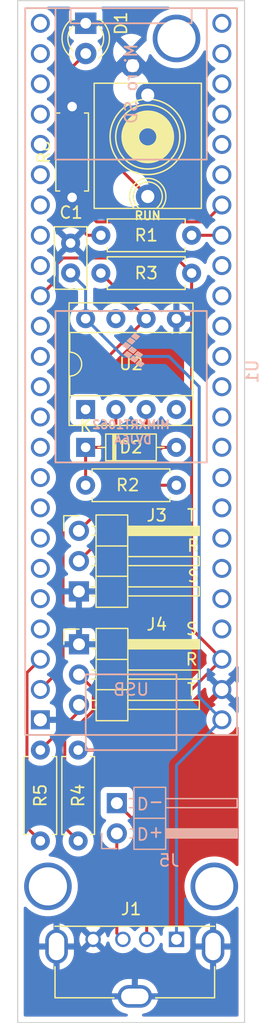
<source format=kicad_pcb>
(kicad_pcb (version 20221018) (generator pcbnew)
  (layers (0 "F.Cu" signal) (31 "B.Cu" signal) (34 "B.Paste" user) (35 "F.Paste" user) (36 "B.SilkS" user "B.Silkscreen") (37 "F.SilkS" user "F.Silkscreen") (38 "B.Mask" user) (39 "F.Mask" user) (44 "Edge.Cuts" user))
  (net 0 "")
  (net 1 "+5V")
  (net 2 "GND")
  (net 3 "Net-(D1-A)")
  (net 4 "Net-(D2-K)")
  (net 5 "Net-(D2-A)")
  (net 6 "Net-(J1-D-)")
  (net 7 "Net-(J1-D+)")
  (net 8 "RUN")
  (net 9 "Net-(J2-Tip)")
  (net 10 "+3.3V")
  (net 11 "SERIAL_RECEIVE")
  (net 12 "SERIAL_TRANSMIT")
  (net 14 "Net-(J3-Pin_2)")
  (net 15 "Net-(J4-Pin_2)")
  (net 16 "Net-(J4-Pin_3)")
  (net 56 "LED")
  (footprint "Resistor_THT:R_Axial_DIN0207_L6.3mm_D2.5mm_P7.62mm_Horizontal" (layer "F.Cu") (at 33.645 57.795 180)
    (fp_text reference "R2" (at 4.085 0.01) (layer "F.SilkS"))
    (fp_text value "220")
    (fp_line (start 0.54 -1.37) (end 7.08 -1.37) (stroke (width 0.12)) (layer "F.SilkS"))
    (fp_line (start 0.54 -1.04) (end 0.54 -1.37) (stroke (width 0.12)) (layer "F.SilkS"))
    (fp_line (start 0.54 1.04) (end 0.54 1.37) (stroke (width 0.12)) (layer "F.SilkS"))
    (fp_line (start 0.54 1.37) (end 7.08 1.37) (stroke (width 0.12)) (layer "F.SilkS"))
    (fp_line (start 7.08 -1.37) (end 7.08 -1.04) (stroke (width 0.12)) (layer "F.SilkS"))
    (fp_line (start 7.08 1.37) (end 7.08 1.04) (stroke (width 0.12)) (layer "F.SilkS"))
    (pad "1" thru_hole circle (at 0 0 180) (size 1.6 1.6) (drill 0.8) (layers "*.Cu" "*.Mask") (net 14 "Net-(J3-Pin_2)"))
    (pad "2" thru_hole oval (at 7.62 0 180) (size 1.6 1.6) (drill 0.8) (layers "*.Cu" "*.Mask") (net 4 "Net-(D2-K)"))
  )
  (footprint "Package_DIP:DIP-8_W7.62mm_Socket" (layer "F.Cu") (at 26.025 51.445 90)
    (fp_text reference "U2" (at 3.82 3.82 180) (layer "F.SilkS"))
    (fp_text value "6N138")
    (fp_line (start -1.33 -1.39) (end -1.33 9.01) (stroke (width 0.12)) (layer "F.SilkS"))
    (fp_line (start -1.33 9.01) (end 8.95 9.01) (stroke (width 0.12)) (layer "F.SilkS"))
    (fp_line (start 1.16 -1.33) (end 1.16 8.95) (stroke (width 0.12)) (layer "F.SilkS"))
    (fp_line (start 1.16 8.95) (end 6.46 8.95) (stroke (width 0.12)) (layer "F.SilkS"))
    (fp_line (start 2.81 -1.33) (end 1.16 -1.33) (stroke (width 0.12)) (layer "F.SilkS"))
    (fp_line (start 6.46 -1.33) (end 4.81 -1.33) (stroke (width 0.12)) (layer "F.SilkS"))
    (fp_line (start 6.46 8.95) (end 6.46 -1.33) (stroke (width 0.12)) (layer "F.SilkS"))
    (fp_line (start 8.95 -1.39) (end -1.33 -1.39) (stroke (width 0.12)) (layer "F.SilkS"))
    (fp_line (start 8.95 9.01) (end 8.95 -1.39) (stroke (width 0.12)) (layer "F.SilkS"))
    (fp_arc (start 4.81 -1.33) (mid 3.81 -0.33) (end 2.81 -1.33) (stroke (width 0.12)) (layer "F.SilkS"))
    (pad "1" thru_hole rect (at 0 0 90) (size 1.6 1.6) (drill 0.8) (layers "*.Cu" "*.Mask"))
    (pad "2" thru_hole oval (at 0 2.54 90) (size 1.6 1.6) (drill 0.8) (layers "*.Cu" "*.Mask") (net 4 "Net-(D2-K)"))
    (pad "3" thru_hole oval (at 0 5.08 90) (size 1.6 1.6) (drill 0.8) (layers "*.Cu" "*.Mask") (net 5 "Net-(D2-A)"))
    (pad "4" thru_hole oval (at 0 7.62 90) (size 1.6 1.6) (drill 0.8) (layers "*.Cu" "*.Mask"))
    (pad "5" thru_hole oval (at 7.62 7.62 90) (size 1.6 1.6) (drill 0.8) (layers "*.Cu" "*.Mask") (net 2 "GND"))
    (pad "6" thru_hole oval (at 7.62 5.08 90) (size 1.6 1.6) (drill 0.8) (layers "*.Cu" "*.Mask") (net 11 "SERIAL_RECEIVE"))
    (pad "7" thru_hole oval (at 7.62 2.54 90) (size 1.6 1.6) (drill 0.8) (layers "*.Cu" "*.Mask"))
    (pad "8" thru_hole oval (at 7.62 0 90) (size 1.6 1.6) (drill 0.8) (layers "*.Cu" "*.Mask") (net 1 "+5V"))
  )
  (footprint "winterbloom:MountingHole_M3_Skinny" (layer "F.Cu") (at 36.83 91.44)
    (fp_text reference "H1" hide)
    (fp_text value "M3" hide)
    (pad "1" thru_hole circle (at 0 0) (size 4 4) (drill 3.2) (layers "*.Cu" "*.Mask"))
  )
  (footprint "Connector_USB:USB_A_Molex_105057_Vertical" (layer "F.Cu") (at 33.655 95.885 180)
    (fp_text reference "J1" (at 3.81 2.54) (layer "F.SilkS"))
    (fp_text value "USB_A")
    (fp_line (start -3.2 -4.9) (end -3.2 -2.3) (stroke (width 0.12)) (layer "F.SilkS"))
    (fp_line (start -3.2 -4.9) (end 1.75 -4.9) (stroke (width 0.12)) (layer "F.SilkS"))
    (fp_line (start 10.2 -4.9) (end 5.25 -4.9) (stroke (width 0.12)) (layer "F.SilkS"))
    (fp_line (start 10.2 -4.9) (end 10.2 -2.3) (stroke (width 0.12)) (layer "F.SilkS"))
    (fp_line (start 10.2 1.1) (end -3.2 1.1) (stroke (width 0.12)) (layer "F.SilkS"))
    (pad "1" thru_hole rect (at 0 0 180) (size 1.3 1.3) (drill 0.9) (layers "*.Cu" "*.Mask") (net 1 "+5V"))
    (pad "2" thru_hole circle (at 2.5 0 180) (size 1.3 1.3) (drill 0.9) (layers "*.Cu" "*.Mask") (net 6 "Net-(J1-D-)"))
    (pad "3" thru_hole circle (at 4.5 0 180) (size 1.3 1.3) (drill 0.9) (layers "*.Cu" "*.Mask") (net 7 "Net-(J1-D+)"))
    (pad "4" thru_hole circle (at 7 0 180) (size 1.3 1.3) (drill 0.9) (layers "*.Cu" "*.Mask") (net 2 "GND"))
    (pad "5" thru_hole oval (at -3.07 -0.6) (size 1.9 2.9) (drill oval 1.3 2.3) (layers "*.Cu" "*.Mask") (net 2 "GND"))
    (pad "5" thru_hole oval (at 3.5 -4.78 270) (size 1.9 2.9) (drill oval 1.3 2.3) (layers "*.Cu" "*.Mask") (net 2 "GND"))
    (pad "5" thru_hole oval (at 10.07 -0.6 180) (size 1.9 2.9) (drill oval 1.3 2.3) (layers "*.Cu" "*.Mask") (net 2 "GND"))
  )
  (footprint "winterbloom:MountingHole_M3_Skinny" (layer "F.Cu") (at 22.86 91.44)
    (fp_text reference "H1" hide)
    (fp_text value "M3" hide)
    (pad "1" thru_hole circle (at 0 0) (size 4 4) (drill 3.2) (layers "*.Cu" "*.Mask"))
  )
  (footprint "Resistor_THT:R_Axial_DIN0207_L6.3mm_D2.5mm_P7.62mm_Horizontal" (layer "F.Cu") (at 22.225 80.01 -90)
    (fp_text reference "R5" (at 3.81 0 -90) (layer "F.SilkS"))
    (fp_text value "47")
    (fp_line (start 0.54 -1.37) (end 7.08 -1.37) (stroke (width 0.12)) (layer "F.SilkS"))
    (fp_line (start 0.54 -1.04) (end 0.54 -1.37) (stroke (width 0.12)) (layer "F.SilkS"))
    (fp_line (start 0.54 1.04) (end 0.54 1.37) (stroke (width 0.12)) (layer "F.SilkS"))
    (fp_line (start 0.54 1.37) (end 7.08 1.37) (stroke (width 0.12)) (layer "F.SilkS"))
    (fp_line (start 7.08 -1.37) (end 7.08 -1.04) (stroke (width 0.12)) (layer "F.SilkS"))
    (fp_line (start 7.08 1.37) (end 7.08 1.04) (stroke (width 0.12)) (layer "F.SilkS"))
    (pad "1" thru_hole circle (at 0 0 270) (size 1.6 1.6) (drill 0.8) (layers "*.Cu" "*.Mask") (net 16 "Net-(J4-Pin_3)"))
    (pad "2" thru_hole oval (at 7.62 0 270) (size 1.6 1.6) (drill 0.8) (layers "*.Cu" "*.Mask") (net 12 "SERIAL_TRANSMIT"))
  )
  (footprint "winterbloom:AudioJack_WQP518MA" (layer "F.Cu") (at 31.242 28.575 180)
    (fp_text reference "J2" hide)
    (fp_text value "RUN" (at 0.01 -6.61) (layer "F.SilkS") (effects (font (size 0.7 0.7))))
    (fp_line (start -4.5 -6) (end 4.5 -6) (stroke (width 0.12)) (layer "F.SilkS"))
    (fp_line (start -4.5 4.5) (end -4.5 -6) (stroke (width 0.12)) (layer "F.SilkS"))
    (fp_line (start 4.5 -6) (end 4.5 4.5) (stroke (width 0.12)) (layer "F.SilkS"))
    (fp_line (start 4.5 4.5) (end -4.5 4.5) (stroke (width 0.12)) (layer "F.SilkS"))
    (fp_arc (start 0.699999 -5.999999) (mid 0 -3.779346) (end -0.699999 -5.999999) (stroke (width 0.12)) (layer "F.SilkS"))
    (fp_arc (start 1.149999 -5.999999) (mid 0 -3.476026) (end -1.149999 -5.999999) (stroke (width 0.12)) (layer "F.SilkS"))
    (fp_circle (center 0 0) (end 0.715017 0) (stroke (width 1.5)) (fill none) (layer "F.SilkS"))
    (fp_circle (center 0 0) (end 2.69072 0) (stroke (width 0.127)) (fill none) (layer "F.SilkS"))
    (fp_circle (center 0 0) (end 3.16228 0) (stroke (width 0.127)) (fill none) (layer "F.SilkS"))
    (pad "S" thru_hole circle (at 1.27 5.972516 180) (size 2 2) (drill 1.1) (layers "*.Cu" "*.Mask") (net 2 "GND"))
    (pad "T" thru_hole circle (at 0 -5 180) (size 2 2) (drill 1.1) (layers "*.Cu" "*.Mask") (net 9 "Net-(J2-Tip)"))
    (pad "TN" thru_hole circle (at 0 3.5 180) (size 2 2) (drill 1.1) (layers "*.Cu" "*.Mask"))
    (zone (net 0) (net_name "") (layer "F.Cu") (connect_pads (clearance 0)) (min_thickness 0.254)
      (keepout (tracks not_allowed) (vias not_allowed) (pads not_allowed) (copperpour not_allowed) (footprints not_allowed))
      (fill (thermal_gap 0.508) (thermal_bridge_width 0.508))
      (polygon (pts (xy 30.342 29.775) (xy 29.842 29.175) (xy 29.742 28.575) (xy 29.842 27.975) (xy 30.342 27.375) (xy 31.242 27.075) (xy 32.142 27.375) (xy 32.642 27.975) (xy 32.742 28.575) (xy 32.642 29.175) (xy 32.142 29.775) (xy 31.242 30.075)))
    )
  )
  (footprint "Connector_PinHeader_2.54mm:PinHeader_1x03_P2.54mm_Horizontal" (layer "F.Cu") (at 25.46 61.62)
    (fp_text reference "J3" (at 6.544 -1.295) (layer "F.SilkS"))
    (fp_text value "MIDI_IN")
    (fp_text user "R" (at 9.592 1.245 unlocked) (layer "F.SilkS"))
    (fp_text user "T" (at 9.465 -1.295 unlocked) (layer "F.SilkS"))
    (fp_text user "S" (at 9.592 3.785 unlocked) (layer "F.SilkS"))
    (fp_line (start -1.27 -1.27) (end 0 -1.27) (stroke (width 0.12)) (layer "F.SilkS"))
    (fp_line (start -1.27 0) (end -1.27 -1.27) (stroke (width 0.12)) (layer "F.SilkS"))
    (fp_line (start 1.042929 2.16) (end 1.44 2.16) (stroke (width 0.12)) (layer "F.SilkS"))
    (fp_line (start 1.042929 2.92) (end 1.44 2.92) (stroke (width 0.12)) (layer "F.SilkS"))
    (fp_line (start 1.042929 4.7) (end 1.44 4.7) (stroke (width 0.12)) (layer "F.SilkS"))
    (fp_line (start 1.042929 5.46) (end 1.44 5.46) (stroke (width 0.12)) (layer "F.SilkS"))
    (fp_line (start 1.11 -0.38) (end 1.44 -0.38) (stroke (width 0.12)) (layer "F.SilkS"))
    (fp_line (start 1.11 0.38) (end 1.44 0.38) (stroke (width 0.12)) (layer "F.SilkS"))
    (fp_line (start 1.44 -1.33) (end 1.44 6.41) (stroke (width 0.12)) (layer "F.SilkS"))
    (fp_line (start 1.44 1.27) (end 4.1 1.27) (stroke (width 0.12)) (layer "F.SilkS"))
    (fp_line (start 1.44 3.81) (end 4.1 3.81) (stroke (width 0.12)) (layer "F.SilkS"))
    (fp_line (start 1.44 6.41) (end 4.1 6.41) (stroke (width 0.12)) (layer "F.SilkS"))
    (fp_line (start 4.1 -1.33) (end 1.44 -1.33) (stroke (width 0.12)) (layer "F.SilkS"))
    (fp_line (start 4.1 -0.38) (end 10.1 -0.38) (stroke (width 0.12)) (layer "F.SilkS"))
    (fp_line (start 4.1 -0.32) (end 10.1 -0.32) (stroke (width 0.12)) (layer "F.SilkS"))
    (fp_line (start 4.1 -0.2) (end 10.1 -0.2) (stroke (width 0.12)) (layer "F.SilkS"))
    (fp_line (start 4.1 -0.08) (end 10.1 -0.08) (stroke (width 0.12)) (layer "F.SilkS"))
    (fp_line (start 4.1 0.04) (end 10.1 0.04) (stroke (width 0.12)) (layer "F.SilkS"))
    (fp_line (start 4.1 0.16) (end 10.1 0.16) (stroke (width 0.12)) (layer "F.SilkS"))
    (fp_line (start 4.1 0.28) (end 10.1 0.28) (stroke (width 0.12)) (layer "F.SilkS"))
    (fp_line (start 4.1 2.16) (end 10.1 2.16) (stroke (width 0.12)) (layer "F.SilkS"))
    (fp_line (start 4.1 4.7) (end 10.1 4.7) (stroke (width 0.12)) (layer "F.SilkS"))
    (fp_line (start 4.1 6.41) (end 4.1 -1.33) (stroke (width 0.12)) (layer "F.SilkS"))
    (fp_line (start 10.1 -0.38) (end 10.1 0.38) (stroke (width 0.12)) (layer "F.SilkS"))
    (fp_line (start 10.1 0.38) (end 4.1 0.38) (stroke (width 0.12)) (layer "F.SilkS"))
    (fp_line (start 10.1 2.16) (end 10.1 2.92) (stroke (width 0.12)) (layer "F.SilkS"))
    (fp_line (start 10.1 2.92) (end 4.1 2.92) (stroke (width 0.12)) (layer "F.SilkS"))
    (fp_line (start 10.1 4.7) (end 10.1 5.46) (stroke (width 0.12)) (layer "F.SilkS"))
    (fp_line (start 10.1 5.46) (end 4.1 5.46) (stroke (width 0.12)) (layer "F.SilkS"))
    (pad "1" thru_hole rect (at 0 5.08) (size 1.7 1.7) (drill 1) (layers "*.Cu" "*.Mask") (net 2 "GND"))
    (pad "2" thru_hole oval (at 0 2.54) (size 1.7 1.7) (drill 1) (layers "*.Cu" "*.Mask") (net 14 "Net-(J3-Pin_2)"))
    (pad "3" thru_hole oval (at 0 0) (size 1.7 1.7) (drill 1) (layers "*.Cu" "*.Mask") (net 5 "Net-(D2-A)"))
  )
  (footprint "Capacitor_THT:C_Disc_D5.0mm_W2.5mm_P2.50mm" (layer "F.Cu") (at 24.765 39.985 90)
    (fp_text reference "C1" (at 5.06 0.03707 180) (layer "F.SilkS"))
    (fp_text value "0.1uF")
    (fp_line (start -1.37 -1.37) (end -1.37 1.37) (stroke (width 0.12)) (layer "F.SilkS"))
    (fp_line (start -1.37 -1.37) (end 3.87 -1.37) (stroke (width 0.12)) (layer "F.SilkS"))
    (fp_line (start -1.37 1.37) (end 3.87 1.37) (stroke (width 0.12)) (layer "F.SilkS"))
    (fp_line (start 3.87 -1.37) (end 3.87 1.37) (stroke (width 0.12)) (layer "F.SilkS"))
    (pad "1" thru_hole circle (at 0 0 90) (size 1.6 1.6) (drill 0.8) (layers "*.Cu" "*.Mask") (net 1 "+5V"))
    (pad "2" thru_hole circle (at 2.5 0 90) (size 1.6 1.6) (drill 0.8) (layers "*.Cu" "*.Mask") (net 2 "GND"))
  )
  (footprint "Connector_PinHeader_2.54mm:PinHeader_1x03_P2.54mm_Horizontal" (layer "F.Cu") (at 25.47 71.135)
    (fp_text reference "J4" (at 6.534 -1.666) (layer "F.SilkS"))
    (fp_text value "MIDI_OUT")
    (fp_text user "S" (at 9.455 -1.285 unlocked) (layer "F.SilkS"))
    (fp_text user "T" (at 9.455 3.795 unlocked) (layer "F.SilkS"))
    (fp_text user "R" (at 9.455 1.27 unlocked) (layer "F.SilkS"))
    (fp_line (start -1.27 -1.27) (end 0 -1.27) (stroke (width 0.12)) (layer "F.SilkS"))
    (fp_line (start -1.27 0) (end -1.27 -1.27) (stroke (width 0.12)) (layer "F.SilkS"))
    (fp_line (start 1.042929 2.16) (end 1.44 2.16) (stroke (width 0.12)) (layer "F.SilkS"))
    (fp_line (start 1.042929 2.92) (end 1.44 2.92) (stroke (width 0.12)) (layer "F.SilkS"))
    (fp_line (start 1.042929 4.7) (end 1.44 4.7) (stroke (width 0.12)) (layer "F.SilkS"))
    (fp_line (start 1.042929 5.46) (end 1.44 5.46) (stroke (width 0.12)) (layer "F.SilkS"))
    (fp_line (start 1.11 -0.38) (end 1.44 -0.38) (stroke (width 0.12)) (layer "F.SilkS"))
    (fp_line (start 1.11 0.38) (end 1.44 0.38) (stroke (width 0.12)) (layer "F.SilkS"))
    (fp_line (start 1.44 -1.33) (end 1.44 6.41) (stroke (width 0.12)) (layer "F.SilkS"))
    (fp_line (start 1.44 1.27) (end 4.1 1.27) (stroke (width 0.12)) (layer "F.SilkS"))
    (fp_line (start 1.44 3.81) (end 4.1 3.81) (stroke (width 0.12)) (layer "F.SilkS"))
    (fp_line (start 1.44 6.41) (end 4.1 6.41) (stroke (width 0.12)) (layer "F.SilkS"))
    (fp_line (start 4.1 -1.33) (end 1.44 -1.33) (stroke (width 0.12)) (layer "F.SilkS"))
    (fp_line (start 4.1 -0.38) (end 10.1 -0.38) (stroke (width 0.12)) (layer "F.SilkS"))
    (fp_line (start 4.1 -0.32) (end 10.1 -0.32) (stroke (width 0.12)) (layer "F.SilkS"))
    (fp_line (start 4.1 -0.2) (end 10.1 -0.2) (stroke (width 0.12)) (layer "F.SilkS"))
    (fp_line (start 4.1 -0.08) (end 10.1 -0.08) (stroke (width 0.12)) (layer "F.SilkS"))
    (fp_line (start 4.1 0.04) (end 10.1 0.04) (stroke (width 0.12)) (layer "F.SilkS"))
    (fp_line (start 4.1 0.16) (end 10.1 0.16) (stroke (width 0.12)) (layer "F.SilkS"))
    (fp_line (start 4.1 0.28) (end 10.1 0.28) (stroke (width 0.12)) (layer "F.SilkS"))
    (fp_line (start 4.1 2.16) (end 10.1 2.16) (stroke (width 0.12)) (layer "F.SilkS"))
    (fp_line (start 4.1 4.7) (end 10.1 4.7) (stroke (width 0.12)) (layer "F.SilkS"))
    (fp_line (start 4.1 6.41) (end 4.1 -1.33) (stroke (width 0.12)) (layer "F.SilkS"))
    (fp_line (start 10.1 -0.38) (end 10.1 0.38) (stroke (width 0.12)) (layer "F.SilkS"))
    (fp_line (start 10.1 0.38) (end 4.1 0.38) (stroke (width 0.12)) (layer "F.SilkS"))
    (fp_line (start 10.1 2.16) (end 10.1 2.92) (stroke (width 0.12)) (layer "F.SilkS"))
    (fp_line (start 10.1 2.92) (end 4.1 2.92) (stroke (width 0.12)) (layer "F.SilkS"))
    (fp_line (start 10.1 4.7) (end 10.1 5.46) (stroke (width 0.12)) (layer "F.SilkS"))
    (fp_line (start 10.1 5.46) (end 4.1 5.46) (stroke (width 0.12)) (layer "F.SilkS"))
    (pad "1" thru_hole rect (at 0 0) (size 1.7 1.7) (drill 1) (layers "*.Cu" "*.Mask") (net 2 "GND"))
    (pad "2" thru_hole oval (at 0 2.54) (size 1.7 1.7) (drill 1) (layers "*.Cu" "*.Mask") (net 15 "Net-(J4-Pin_2)"))
    (pad "3" thru_hole oval (at 0 5.08) (size 1.7 1.7) (drill 1) (layers "*.Cu" "*.Mask") (net 16 "Net-(J4-Pin_3)"))
  )
  (footprint "winterbloom:MountingHole_M3_Skinny" (layer "F.Cu") (at 33.655 20.32)
    (fp_text reference "H1" hide)
    (fp_text value "M3" hide)
    (pad "1" thru_hole circle (at 0 0) (size 4 4) (drill 3.2) (layers "*.Cu" "*.Mask"))
  )
  (footprint "LED_THT:LED_D3.0mm" (layer "F.Cu") (at 26.035 19.045 -90)
    (fp_text reference "D1" (at 0.005 -2.96 90) (layer "F.SilkS"))
    (fp_text value "LED")
    (fp_line (start -0.29 -1.236) (end -0.29 -1.08) (stroke (width 0.12)) (layer "F.SilkS"))
    (fp_line (start -0.29 1.08) (end -0.29 1.236) (stroke (width 0.12)) (layer "F.SilkS"))
    (fp_arc (start -0.29 -1.235516) (mid 1.366487 -1.987659) (end 2.942335 -1.078608) (stroke (width 0.12)) (layer "F.SilkS"))
    (fp_arc (start 0.229039 -1.08) (mid 1.270117 -1.5) (end 2.31113 -1.079837) (stroke (width 0.12)) (layer "F.SilkS"))
    (fp_arc (start 2.31113 1.079837) (mid 1.270117 1.5) (end 0.229039 1.08) (stroke (width 0.12)) (layer "F.SilkS"))
    (fp_arc (start 2.942335 1.078608) (mid 1.366487 1.987659) (end -0.29 1.235516) (stroke (width 0.12)) (layer "F.SilkS"))
    (pad "1" thru_hole rect (at 0 0 270) (size 1.8 1.8) (drill 0.9) (layers "*.Cu" "*.Mask") (net 2 "GND"))
    (pad "2" thru_hole circle (at 2.54 0 270) (size 1.8 1.8) (drill 0.9) (layers "*.Cu" "*.Mask") (net 3 "Net-(D1-A)"))
  )
  (footprint "Resistor_THT:R_Axial_DIN0207_L6.3mm_D2.5mm_P7.62mm_Horizontal" (layer "F.Cu") (at 34.925 40.005 180)
    (fp_text reference "R3" (at 3.81 0) (layer "F.SilkS"))
    (fp_text value "470")
    (fp_line (start 0.54 -1.37) (end 7.08 -1.37) (stroke (width 0.12)) (layer "F.SilkS"))
    (fp_line (start 0.54 -1.04) (end 0.54 -1.37) (stroke (width 0.12)) (layer "F.SilkS"))
    (fp_line (start 0.54 1.04) (end 0.54 1.37) (stroke (width 0.12)) (layer "F.SilkS"))
    (fp_line (start 0.54 1.37) (end 7.08 1.37) (stroke (width 0.12)) (layer "F.SilkS"))
    (fp_line (start 7.08 -1.37) (end 7.08 -1.04) (stroke (width 0.12)) (layer "F.SilkS"))
    (fp_line (start 7.08 1.37) (end 7.08 1.04) (stroke (width 0.12)) (layer "F.SilkS"))
    (pad "1" thru_hole circle (at 0 0 180) (size 1.6 1.6) (drill 0.8) (layers "*.Cu" "*.Mask") (net 10 "+3.3V"))
    (pad "2" thru_hole oval (at 7.62 0 180) (size 1.6 1.6) (drill 0.8) (layers "*.Cu" "*.Mask") (net 11 "SERIAL_RECEIVE"))
  )
  (footprint "Diode_THT:D_DO-35_SOD27_P7.62mm_Horizontal" (layer "F.Cu") (at 26.025 54.62)
    (fp_text reference "D2" (at 3.81 -0.01) (layer "F.SilkS"))
    (fp_text value "1N4148")
    (fp_text user "K" (at 0 -1.8) (layer "F.SilkS"))
    (fp_line (start 1.04 0) (end 1.69 0) (stroke (width 0.12)) (layer "F.SilkS"))
    (fp_line (start 1.69 -1.12) (end 1.69 1.12) (stroke (width 0.12)) (layer "F.SilkS"))
    (fp_line (start 1.69 1.12) (end 5.93 1.12) (stroke (width 0.12)) (layer "F.SilkS"))
    (fp_line (start 2.29 -1.12) (end 2.29 1.12) (stroke (width 0.12)) (layer "F.SilkS"))
    (fp_line (start 2.41 -1.12) (end 2.41 1.12) (stroke (width 0.12)) (layer "F.SilkS"))
    (fp_line (start 2.53 -1.12) (end 2.53 1.12) (stroke (width 0.12)) (layer "F.SilkS"))
    (fp_line (start 5.93 -1.12) (end 1.69 -1.12) (stroke (width 0.12)) (layer "F.SilkS"))
    (fp_line (start 5.93 1.12) (end 5.93 -1.12) (stroke (width 0.12)) (layer "F.SilkS"))
    (fp_line (start 6.58 0) (end 5.93 0) (stroke (width 0.12)) (layer "F.SilkS"))
    (pad "1" thru_hole rect (at 0 0) (size 1.6 1.6) (drill 0.8) (layers "*.Cu" "*.Mask") (net 4 "Net-(D2-K)"))
    (pad "2" thru_hole oval (at 7.62 0) (size 1.6 1.6) (drill 0.8) (layers "*.Cu" "*.Mask") (net 5 "Net-(D2-A)"))
  )
  (footprint "Resistor_THT:R_Axial_DIN0207_L6.3mm_D2.5mm_P7.62mm_Horizontal" (layer "F.Cu") (at 25.4 87.63 90)
    (fp_text reference "R4" (at 3.81 0 90) (layer "F.SilkS"))
    (fp_text value "47")
    (fp_line (start 0.54 -1.37) (end 7.08 -1.37) (stroke (width 0.12)) (layer "F.SilkS"))
    (fp_line (start 0.54 -1.04) (end 0.54 -1.37) (stroke (width 0.12)) (layer "F.SilkS"))
    (fp_line (start 0.54 1.04) (end 0.54 1.37) (stroke (width 0.12)) (layer "F.SilkS"))
    (fp_line (start 0.54 1.37) (end 7.08 1.37) (stroke (width 0.12)) (layer "F.SilkS"))
    (fp_line (start 7.08 -1.37) (end 7.08 -1.04) (stroke (width 0.12)) (layer "F.SilkS"))
    (fp_line (start 7.08 1.37) (end 7.08 1.04) (stroke (width 0.12)) (layer "F.SilkS"))
    (pad "1" thru_hole circle (at 0 0 90) (size 1.6 1.6) (drill 0.8) (layers "*.Cu" "*.Mask") (net 15 "Net-(J4-Pin_2)"))
    (pad "2" thru_hole oval (at 7.62 0 90) (size 1.6 1.6) (drill 0.8) (layers "*.Cu" "*.Mask") (net 10 "+3.3V"))
  )
  (footprint "Resistor_THT:R_Axial_DIN0207_L6.3mm_D2.5mm_P7.62mm_Horizontal" (layer "F.Cu") (at 24.892 33.655 90)
    (fp_text reference "R6" (at 3.81 -2.37 90) (layer "F.SilkS"))
    (fp_text value "1K")
    (fp_line (start 0.54 -1.37) (end 7.08 -1.37) (stroke (width 0.12)) (layer "F.SilkS"))
    (fp_line (start 0.54 -1.04) (end 0.54 -1.37) (stroke (width 0.12)) (layer "F.SilkS"))
    (fp_line (start 0.54 1.04) (end 0.54 1.37) (stroke (width 0.12)) (layer "F.SilkS"))
    (fp_line (start 0.54 1.37) (end 7.08 1.37) (stroke (width 0.12)) (layer "F.SilkS"))
    (fp_line (start 7.08 -1.37) (end 7.08 -1.04) (stroke (width 0.12)) (layer "F.SilkS"))
    (fp_line (start 7.08 1.37) (end 7.08 1.04) (stroke (width 0.12)) (layer "F.SilkS"))
    (pad "1" thru_hole circle (at 0 0 90) (size 1.6 1.6) (drill 0.8) (layers "*.Cu" "*.Mask") (net 8 "RUN"))
    (pad "2" thru_hole oval (at 7.62 0 90) (size 1.6 1.6) (drill 0.8) (layers "*.Cu" "*.Mask") (net 9 "Net-(J2-Tip)"))
  )
  (footprint "Resistor_THT:R_Axial_DIN0207_L6.3mm_D2.5mm_P7.62mm_Horizontal" (layer "F.Cu") (at 34.925 36.83 180)
    (fp_text reference "R1" (at 3.81 0) (layer "F.SilkS"))
    (fp_text value "220")
    (fp_line (start 0.54 -1.37) (end 7.08 -1.37) (stroke (width 0.12)) (layer "F.SilkS"))
    (fp_line (start 0.54 -1.04) (end 0.54 -1.37) (stroke (width 0.12)) (layer "F.SilkS"))
    (fp_line (start 0.54 1.04) (end 0.54 1.37) (stroke (width 0.12)) (layer "F.SilkS"))
    (fp_line (start 0.54 1.37) (end 7.08 1.37) (stroke (width 0.12)) (layer "F.SilkS"))
    (fp_line (start 7.08 -1.37) (end 7.08 -1.04) (stroke (width 0.12)) (layer "F.SilkS"))
    (fp_line (start 7.08 1.37) (end 7.08 1.04) (stroke (width 0.12)) (layer "F.SilkS"))
    (pad "1" thru_hole circle (at 0 0 180) (size 1.6 1.6) (drill 0.8) (layers "*.Cu" "*.Mask") (net 56 "LED"))
    (pad "2" thru_hole oval (at 7.62 0 180) (size 1.6 1.6) (drill 0.8) (layers "*.Cu" "*.Mask") (net 3 "Net-(D1-A)"))
  )
  (footprint "teensy:Teensy41" (layer "B.Cu") (at 29.845 48.26 90)
    (fp_text reference "U1" (at 0 10.16 90) (layer "B.SilkS") (effects (justify mirror)))
    (fp_text value "Teensy4.1")
    (fp_text user "USB" (at -26.67 0) (layer "B.SilkS") (effects (justify mirror)))
    (fp_text user "MIMXRT1062" (at -4.455 -0.01) (layer "B.SilkS") (effects (font (size 0.7 0.7)) (justify mirror)))
    (fp_text user "Micro SD" (at 24.13 0 90) (layer "B.SilkS") (effects (justify mirror)))
    (fp_text user "DVJ6A" (at -5.725 0.17) (layer "B.SilkS") (effects (font (size 0.7 0.7)) (justify mirror)))
    (fp_line (start -31.75 -3.81) (end -31.75 3.81) (stroke (width 0.15)) (layer "B.SilkS"))
    (fp_line (start -31.75 3.81) (end -30.48 3.81) (stroke (width 0.15)) (layer "B.SilkS"))
    (fp_line (start -30.48 -8.89) (end -30.48 8.89) (stroke (width 0.15)) (layer "B.SilkS"))
    (fp_line (start -30.48 -3.81) (end -31.75 -3.81) (stroke (width 0.15)) (layer "B.SilkS"))
    (fp_line (start -30.48 8.89) (end 30.48 8.89) (stroke (width 0.15)) (layer "B.SilkS"))
    (fp_line (start -25.4 -3.81) (end -30.48 -3.81) (stroke (width 0.15)) (layer "B.SilkS"))
    (fp_line (start -25.4 -3.81) (end -25.4 3.81) (stroke (width 0.15)) (layer "B.SilkS"))
    (fp_line (start -25.4 3.81) (end -30.48 3.81) (stroke (width 0.15)) (layer "B.SilkS"))
    (fp_line (start -7.62 -6.35) (end 5.08 -6.35) (stroke (width 0.15)) (layer "B.SilkS"))
    (fp_line (start -7.62 6.35) (end -7.62 -6.35) (stroke (width 0.15)) (layer "B.SilkS"))
    (fp_line (start 5.08 -6.35) (end 5.08 6.35) (stroke (width 0.15)) (layer "B.SilkS"))
    (fp_line (start 5.08 6.35) (end -7.62 6.35) (stroke (width 0.15)) (layer "B.SilkS"))
    (fp_line (start 17.78 -6.35) (end 30.48 -6.35) (stroke (width 0.15)) (layer "B.SilkS"))
    (fp_line (start 17.78 6.35) (end 17.78 -6.35) (stroke (width 0.15)) (layer "B.SilkS"))
    (fp_line (start 29.21 -5.08) (end 30.48 -5.08) (stroke (width 0.15)) (layer "B.SilkS"))
    (fp_line (start 29.21 5.08) (end 29.21 -5.08) (stroke (width 0.15)) (layer "B.SilkS"))
    (fp_line (start 30.48 -8.89) (end -30.48 -8.89) (stroke (width 0.15)) (layer "B.SilkS"))
    (fp_line (start 30.48 5.08) (end 29.21 5.08) (stroke (width 0.15)) (layer "B.SilkS"))
    (fp_line (start 30.48 6.35) (end 17.78 6.35) (stroke (width 0.15)) (layer "B.SilkS"))
    (fp_line (start 30.48 8.89) (end 30.48 -8.89) (stroke (width 0.15)) (layer "B.SilkS"))
    (fp_poly (pts (xy 0.911 0.688) (xy 0.657 0.434) (xy 0.403 0.815) (xy 0.657 1.069)) (stroke (width 0.1)) (fill solid) (layer "B.SilkS"))
    (fp_poly (pts (xy 1.292 0.18) (xy 1.038 -0.074) (xy 0.784 0.307) (xy 1.038 0.561)) (stroke (width 0.1)) (fill solid) (layer "B.SilkS"))
    (fp_poly (pts (xy 1.673 -0.328) (xy 1.419 -0.582) (xy 1.165 -0.201) (xy 1.419 0.053)) (stroke (width 0.1)) (fill solid) (layer "B.SilkS"))
    (fp_poly (pts (xy 1.673 0.561) (xy 1.419 0.307) (xy 1.165 0.688) (xy 1.419 0.942)) (stroke (width 0.1)) (fill solid) (layer "B.SilkS"))
    (fp_poly (pts (xy 2.054 0.053) (xy 1.8 -0.201) (xy 1.546 0.18) (xy 1.8 0.434)) (stroke (width 0.1)) (fill solid) (layer "B.SilkS"))
    (fp_poly (pts (xy 2.435 -0.455) (xy 2.181 -0.709) (xy 1.927 -0.328) (xy 2.181 -0.074)) (stroke (width 0.1)) (fill solid) (layer "B.SilkS"))
    (fp_poly (pts (xy 2.816 -0.074) (xy 2.562 -0.328) (xy 2.308 0.053) (xy 2.562 0.307)) (stroke (width 0.1)) (fill solid) (layer "B.SilkS"))
    (fp_poly (pts (xy 3.197 0.307) (xy 2.943 0.053) (xy 2.689 0.434) (xy 2.943 0.688)) (stroke (width 0.1)) (fill solid) (layer "B.SilkS"))
    (pad "1" thru_hole rect (at -29.21 -7.62 90) (size 1.6 1.6) (drill 1.1) (layers "*.Cu" "*.Mask") (net 2 "GND"))
    (pad "2" thru_hole circle (at -26.67 -7.62 90) (size 1.6 1.6) (drill 1.1) (layers "*.Cu" "*.Mask") (net 11 "SERIAL_RECEIVE"))
    (pad "3" thru_hole circle (at -24.13 -7.62 90) (size 1.6 1.6) (drill 1.1) (layers "*.Cu" "*.Mask") (net 12 "SERIAL_TRANSMIT"))
    (pad "4" thru_hole circle (at -21.59 -7.62 90) (size 1.6 1.6) (drill 1.1) (layers "*.Cu" "*.Mask"))
    (pad "5" thru_hole circle (at -19.05 -7.62 90) (size 1.6 1.6) (drill 1.1) (layers "*.Cu" "*.Mask"))
    (pad "6" thru_hole circle (at -16.51 -7.62 90) (size 1.6 1.6) (drill 1.1) (layers "*.Cu" "*.Mask"))
    (pad "7" thru_hole circle (at -13.97 -7.62 90) (size 1.6 1.6) (drill 1.1) (layers "*.Cu" "*.Mask"))
    (pad "8" thru_hole circle (at -11.43 -7.62 90) (size 1.6 1.6) (drill 1.1) (layers "*.Cu" "*.Mask"))
    (pad "9" thru_hole circle (at -8.89 -7.62 90) (size 1.6 1.6) (drill 1.1) (layers "*.Cu" "*.Mask"))
    (pad "10" thru_hole circle (at -6.35 -7.62 90) (size 1.6 1.6) (drill 1.1) (layers "*.Cu" "*.Mask"))
    (pad "11" thru_hole circle (at -3.81 -7.62 90) (size 1.6 1.6) (drill 1.1) (layers "*.Cu" "*.Mask"))
    (pad "12" thru_hole circle (at -1.27 -7.62 90) (size 1.6 1.6) (drill 1.1) (layers "*.Cu" "*.Mask"))
    (pad "13" thru_hole circle (at 1.27 -7.62 90) (size 1.6 1.6) (drill 1.1) (layers "*.Cu" "*.Mask"))
    (pad "14" thru_hole circle (at 3.81 -7.62 90) (size 1.6 1.6) (drill 1.1) (layers "*.Cu" "*.Mask"))
    (pad "15" thru_hole circle (at 6.35 -7.62 90) (size 1.6 1.6) (drill 1.1) (layers "*.Cu" "*.Mask") (net 10 "+3.3V"))
    (pad "16" thru_hole circle (at 8.89 -7.62 90) (size 1.6 1.6) (drill 1.1) (layers "*.Cu" "*.Mask"))
    (pad "17" thru_hole circle (at 11.43 -7.62 90) (size 1.6 1.6) (drill 1.1) (layers "*.Cu" "*.Mask"))
    (pad "18" thru_hole circle (at 13.97 -7.62 90) (size 1.6 1.6) (drill 1.1) (layers "*.Cu" "*.Mask"))
    (pad "19" thru_hole circle (at 16.51 -7.62 90) (size 1.6 1.6) (drill 1.1) (layers "*.Cu" "*.Mask"))
    (pad "20" thru_hole circle (at 19.05 -7.62 90) (size 1.6 1.6) (drill 1.1) (layers "*.Cu" "*.Mask"))
    (pad "21" thru_hole circle (at 21.59 -7.62 90) (size 1.6 1.6) (drill 1.1) (layers "*.Cu" "*.Mask"))
    (pad "22" thru_hole circle (at 24.13 -7.62 90) (size 1.6 1.6) (drill 1.1) (layers "*.Cu" "*.Mask"))
    (pad "23" thru_hole circle (at 26.67 -7.62 90) (size 1.6 1.6) (drill 1.1) (layers "*.Cu" "*.Mask"))
    (pad "24" thru_hole circle (at 29.21 -7.62 90) (size 1.6 1.6) (drill 1.1) (layers "*.Cu" "*.Mask"))
    (pad "25" thru_hole circle (at 29.21 7.62 90) (size 1.6 1.6) (drill 1.1) (layers "*.Cu" "*.Mask"))
    (pad "26" thru_hole circle (at 26.67 7.62 90) (size 1.6 1.6) (drill 1.1) (layers "*.Cu" "*.Mask"))
    (pad "27" thru_hole circle (at 24.13 7.62 90) (size 1.6 1.6) (drill 1.1) (layers "*.Cu" "*.Mask"))
    (pad "28" thru_hole circle (at 21.59 7.62 90) (size 1.6 1.6) (drill 1.1) (layers "*.Cu" "*.Mask"))
    (pad "29" thru_hole circle (at 19.05 7.62 90) (size 1.6 1.6) (drill 1.1) (layers "*.Cu" "*.Mask"))
    (pad "30" thru_hole circle (at 16.51 7.62 90) (size 1.6 1.6) (drill 1.1) (layers "*.Cu" "*.Mask"))
    (pad "31" thru_hole circle (at 13.97 7.62 90) (size 1.6 1.6) (drill 1.1) (layers "*.Cu" "*.Mask") (net 8 "RUN"))
    (pad "32" thru_hole circle (at 11.43 7.62 90) (size 1.6 1.6) (drill 1.1) (layers "*.Cu" "*.Mask") (net 56 "LED"))
    (pad "33" thru_hole circle (at 8.89 7.62 90) (size 1.6 1.6) (drill 1.1) (layers "*.Cu" "*.Mask"))
    (pad "34" thru_hole circle (at 6.35 7.62 90) (size 1.6 1.6) (drill 1.1) (layers "*.Cu" "*.Mask"))
    (pad "35" thru_hole circle (at 3.81 7.62 90) (size 1.6 1.6) (drill 1.1) (layers "*.Cu" "*.Mask"))
    (pad "36" thru_hole circle (at 1.27 7.62 90) (size 1.6 1.6) (drill 1.1) (layers "*.Cu" "*.Mask"))
    (pad "37" thru_hole circle (at -1.27 7.62 90) (size 1.6 1.6) (drill 1.1) (layers "*.Cu" "*.Mask"))
    (pad "38" thru_hole circle (at -3.81 7.62 90) (size 1.6 1.6) (drill 1.1) (layers "*.Cu" "*.Mask"))
    (pad "39" thru_hole circle (at -6.35 7.62 90) (size 1.6 1.6) (drill 1.1) (layers "*.Cu" "*.Mask"))
    (pad "40" thru_hole circle (at -8.89 7.62 90) (size 1.6 1.6) (drill 1.1) (layers "*.Cu" "*.Mask"))
    (pad "41" thru_hole circle (at -11.43 7.62 90) (size 1.6 1.6) (drill 1.1) (layers "*.Cu" "*.Mask"))
    (pad "42" thru_hole circle (at -13.97 7.62 90) (size 1.6 1.6) (drill 1.1) (layers "*.Cu" "*.Mask"))
    (pad "43" thru_hole circle (at -16.51 7.62 90) (size 1.6 1.6) (drill 1.1) (layers "*.Cu" "*.Mask"))
    (pad "44" thru_hole circle (at -19.05 7.62 90) (size 1.6 1.6) (drill 1.1) (layers "*.Cu" "*.Mask"))
    (pad "45" thru_hole circle (at -21.59 7.62 90) (size 1.6 1.6) (drill 1.1) (layers "*.Cu" "*.Mask"))
    (pad "46" thru_hole circle (at -24.13 7.62 90) (size 1.6 1.6) (drill 1.1) (layers "*.Cu" "*.Mask") (net 10 "+3.3V"))
    (pad "47" thru_hole circle (at -26.67 7.62 90) (size 1.6 1.6) (drill 1.1) (layers "*.Cu" "*.Mask") (net 2 "GND"))
    (pad "48" thru_hole circle (at -29.21 7.62 90) (size 1.6 1.6) (drill 1.1) (layers "*.Cu" "*.Mask") (net 1 "+5V"))
  )
  (footprint "Connector_PinHeader_2.54mm:PinHeader_1x02_P2.54mm_Horizontal" (layer "B.Cu") (at 28.645 87)
    (fp_text reference "J5" (at 4.385 2.27 180) (layer "B.SilkS") (effects (justify mirror)))
    (fp_text value "USB_HEADER")
    (fp_text user "D+" (at 2.794 0 180 unlocked) (layer "B.SilkS") (effects (justify mirror)))
    (fp_text user "D-" (at 2.794 -2.54 180 unlocked) (layer "B.SilkS") (effects (justify mirror)))
    (fp_line (start -1.27 0) (end -1.27 1.27) (stroke (width 0.12)) (layer "B.SilkS"))
    (fp_line (start -1.27 1.27) (end 0 1.27) (stroke (width 0.12)) (layer "B.SilkS"))
    (fp_line (start 1.042929 -2.92) (end 1.44 -2.92) (stroke (width 0.12)) (layer "B.SilkS"))
    (fp_line (start 1.042929 -2.16) (end 1.44 -2.16) (stroke (width 0.12)) (layer "B.SilkS"))
    (fp_line (start 1.11 -0.38) (end 1.44 -0.38) (stroke (width 0.12)) (layer "B.SilkS"))
    (fp_line (start 1.11 0.38) (end 1.44 0.38) (stroke (width 0.12)) (layer "B.SilkS"))
    (fp_line (start 1.44 -3.87) (end 4.1 -3.87) (stroke (width 0.12)) (layer "B.SilkS"))
    (fp_line (start 1.44 -1.27) (end 4.1 -1.27) (stroke (width 0.12)) (layer "B.SilkS"))
    (fp_line (start 1.44 1.33) (end 1.44 -3.87) (stroke (width 0.12)) (layer "B.SilkS"))
    (fp_line (start 4.1 -3.87) (end 4.1 1.33) (stroke (width 0.12)) (layer "B.SilkS"))
    (fp_line (start 4.1 -2.16) (end 10.1 -2.16) (stroke (width 0.12)) (layer "B.SilkS"))
    (fp_line (start 4.1 -0.28) (end 10.1 -0.28) (stroke (width 0.12)) (layer "B.SilkS"))
    (fp_line (start 4.1 -0.16) (end 10.1 -0.16) (stroke (width 0.12)) (layer "B.SilkS"))
    (fp_line (start 4.1 -0.04) (end 10.1 -0.04) (stroke (width 0.12)) (layer "B.SilkS"))
    (fp_line (start 4.1 0.08) (end 10.1 0.08) (stroke (width 0.12)) (layer "B.SilkS"))
    (fp_line (start 4.1 0.2) (end 10.1 0.2) (stroke (width 0.12)) (layer "B.SilkS"))
    (fp_line (start 4.1 0.32) (end 10.1 0.32) (stroke (width 0.12)) (layer "B.SilkS"))
    (fp_line (start 4.1 0.38) (end 10.1 0.38) (stroke (width 0.12)) (layer "B.SilkS"))
    (fp_line (start 4.1 1.33) (end 1.44 1.33) (stroke (width 0.12)) (layer "B.SilkS"))
    (fp_line (start 10.1 -2.92) (end 4.1 -2.92) (stroke (width 0.12)) (layer "B.SilkS"))
    (fp_line (start 10.1 -2.16) (end 10.1 -2.92) (stroke (width 0.12)) (layer "B.SilkS"))
    (fp_line (start 10.1 -0.38) (end 4.1 -0.38) (stroke (width 0.12)) (layer "B.SilkS"))
    (fp_line (start 10.1 0.38) (end 10.1 -0.38) (stroke (width 0.12)) (layer "B.SilkS"))
    (pad "1" thru_hole rect (at 0 -2.54) (size 1.7 1.7) (drill 1) (layers "*.Cu" "*.Mask") (net 6 "Net-(J1-D-)"))
    (pad "2" thru_hole oval (at 0 0) (size 1.7 1.7) (drill 1) (layers "*.Cu" "*.Mask") (net 7 "Net-(J1-D+)"))
  )
  (gr_line (start 20.32 102.87) (end 20.32 17.145) (stroke (width 0.1)) (layer "Edge.Cuts"))
  (gr_line (start 20.32 17.145) (end 39.37 17.145) (stroke (width 0.1)) (layer "Edge.Cuts"))
  (gr_line (start 39.37 102.87) (end 20.32 102.87) (stroke (width 0.1)) (layer "Edge.Cuts"))
  (gr_line (start 39.37 17.145) (end 39.37 102.87) (stroke (width 0.1)) (layer "Edge.Cuts"))
  (segment (start 26.025 41.245) (end 24.765 39.985) (width 0.25) (layer "B.Cu") (net 1))
  (segment (start 33.02 46.99) (end 29.19 46.99) (width 0.25) (layer "B.Cu") (net 1))
  (segment (start 35.56 49.53) (end 33.02 46.99) (width 0.25) (layer "B.Cu") (net 1))
  (segment (start 37.465 77.47) (end 35.56 75.565) (width 0.25) (layer "B.Cu") (net 1))
  (segment (start 26.025 43.825) (end 26.025 41.245) (width 0.25) (layer "B.Cu") (net 1))
  (segment (start 29.19 46.99) (end 26.025 43.825) (width 0.25) (layer "B.Cu") (net 1))
  (segment (start 33.655 95.885) (end 33.655 81.28) (width 0.25) (layer "B.Cu") (net 1))
  (segment (start 33.655 81.28) (end 37.465 77.47) (width 0.25) (layer "B.Cu") (net 1))
  (segment (start 35.56 75.565) (end 35.56 49.53) (width 0.25) (layer "B.Cu") (net 1))
  (segment (start 23.64 38.61) (end 23.64 40.785) (width 0.25) (layer "B.Cu") (net 2))
  (segment (start 23.64 40.785) (end 24.765 41.91) (width 0.25) (layer "B.Cu") (net 2))
  (segment (start 24.765 37.485) (end 23.64 38.61) (width 0.25) (layer "B.Cu") (net 2))
  (segment (start 23.767 23.853) (end 26.035 21.585) (width 0.25) (layer "F.Cu") (net 3))
  (segment (start 23.767 34.42337) (end 23.767 23.853) (width 0.25) (layer "F.Cu") (net 3))
  (segment (start 26.17363 36.83) (end 23.767 34.42337) (width 0.25) (layer "F.Cu") (net 3))
  (segment (start 27.305 36.83) (end 26.17363 36.83) (width 0.25) (layer "F.Cu") (net 3))
  (segment (start 26.025 54.62) (end 26.025 57.795) (width 0.25) (layer "F.Cu") (net 4))
  (segment (start 27.295 54.62) (end 26.025 54.62) (width 0.25) (layer "F.Cu") (net 4))
  (segment (start 28.565 51.445) (end 28.565 53.35) (width 0.25) (layer "F.Cu") (net 4))
  (segment (start 28.565 53.35) (end 27.295 54.62) (width 0.25) (layer "F.Cu") (net 4))
  (segment (start 32.375 54.62) (end 33.645 54.62) (width 0.25) (layer "F.Cu") (net 5))
  (segment (start 33.645 54.62) (end 32.46 54.62) (width 0.25) (layer "F.Cu") (net 5))
  (segment (start 32.46 54.62) (end 25.46 61.62) (width 0.25) (layer "F.Cu") (net 5))
  (segment (start 31.105 51.445) (end 31.105 53.35) (width 0.25) (layer "F.Cu") (net 5))
  (segment (start 31.105 53.35) (end 32.375 54.62) (width 0.25) (layer "F.Cu") (net 5))
  (segment (start 31.155 86.97) (end 28.645 84.46) (width 0.25) (layer "F.Cu") (net 6))
  (segment (start 31.155 95.885) (end 31.155 86.97) (width 0.25) (layer "F.Cu") (net 6))
  (segment (start 28.645 87) (end 28.645 95.375) (width 0.25) (layer "F.Cu") (net 7))
  (segment (start 28.645 95.375) (end 29.155 95.885) (width 0.25) (layer "F.Cu") (net 7))
  (segment (start 26.942 35.705) (end 36.05 35.705) (width 0.25) (layer "F.Cu") (net 8))
  (segment (start 24.892 33.655) (end 26.942 35.705) (width 0.25) (layer "F.Cu") (net 8))
  (segment (start 36.05 35.705) (end 37.465 34.29) (width 0.25) (layer "F.Cu") (net 8))
  (segment (start 24.892 27.225) (end 24.892 26.035) (width 0.25) (layer "F.Cu") (net 9))
  (segment (start 31.242 33.575) (end 24.892 27.225) (width 0.25) (layer "F.Cu") (net 9))
  (segment (start 22.225 41.91) (end 23.64 40.495) (width 0.25) (layer "F.Cu") (net 10))
  (segment (start 25.4 80.01) (end 29.845 80.01) (width 0.25) (layer "F.Cu") (net 10))
  (segment (start 33.655 38.735) (end 34.925 40.005) (width 0.25) (layer "F.Cu") (net 10))
  (segment (start 34.925 69.85) (end 37.465 72.39) (width 0.25) (layer "F.Cu") (net 10))
  (segment (start 24.13 38.735) (end 33.655 38.735) (width 0.25) (layer "F.Cu") (net 10))
  (segment (start 23.64 40.495) (end 23.64 39.225) (width 0.25) (layer "F.Cu") (net 10))
  (segment (start 29.845 80.01) (end 37.465 72.39) (width 0.25) (layer "F.Cu") (net 10))
  (segment (start 23.64 39.225) (end 24.13 38.735) (width 0.25) (layer "F.Cu") (net 10))
  (segment (start 34.925 40.005) (end 34.925 69.85) (width 0.25) (layer "F.Cu") (net 10))
  (segment (start 22.225 74.93) (end 24.13 73.025) (width 0.25) (layer "F.Cu") (net 11))
  (segment (start 27.305 40.005) (end 31.105 43.805) (width 0.25) (layer "F.Cu") (net 11))
  (segment (start 24.13 50.8) (end 31.105 43.825) (width 0.25) (layer "F.Cu") (net 11))
  (segment (start 24.13 73.025) (end 24.13 50.8) (width 0.25) (layer "F.Cu") (net 11))
  (segment (start 31.105 43.805) (end 31.105 43.825) (width 0.25) (layer "F.Cu") (net 11))
  (segment (start 21.1 73.515) (end 21.1 86.505) (width 0.25) (layer "F.Cu") (net 12))
  (segment (start 21.1 86.505) (end 22.225 87.63) (width 0.25) (layer "F.Cu") (net 12))
  (segment (start 22.225 72.39) (end 21.1 73.515) (width 0.25) (layer "F.Cu") (net 12))
  (segment (start 33.645 57.795) (end 31.825 57.795) (width 0.25) (layer "F.Cu") (net 14))
  (segment (start 31.825 57.795) (end 25.46 64.16) (width 0.25) (layer "F.Cu") (net 14))
  (segment (start 24.275 86.505) (end 24.275 79.071701) (width 0.25) (layer "F.Cu") (net 15))
  (segment (start 26.67 74.875) (end 25.47 73.675) (width 0.25) (layer "F.Cu") (net 15))
  (segment (start 26.67 76.676701) (end 26.67 74.875) (width 0.25) (layer "F.Cu") (net 15))
  (segment (start 24.275 79.071701) (end 26.67 76.676701) (width 0.25) (layer "F.Cu") (net 15))
  (segment (start 25.4 87.63) (end 24.275 86.505) (width 0.25) (layer "F.Cu") (net 15))
  (segment (start 25.47 76.765) (end 25.47 76.215) (width 0.25) (layer "F.Cu") (net 16))
  (segment (start 22.225 80.01) (end 25.47 76.765) (width 0.25) (layer "F.Cu") (net 16))
  (segment (start 34.925 36.83) (end 37.465 36.83) (width 0.25) (layer "F.Cu") (net 56))
  (zone (net 2) (net_name "GND") (layer "F.Cu") (connect_pads (clearance 0.508)) (min_thickness 0.254) (fill yes (thermal_gap 0.508) (thermal_bridge_width 0.508))
    (polygon (pts (xy 39.37 102.87) (xy 20.32 102.87) (xy 20.32 17.145) (xy 39.37 17.145)))
  )
  (zone (net 2) (net_name "GND") (layer "B.Cu") (connect_pads (clearance 0.508)) (min_thickness 0.254) (fill yes (thermal_gap 0.508) (thermal_bridge_width 0.508))
    (polygon (pts (xy 39.37 102.87) (xy 20.32 102.87) (xy 20.32 17.145) (xy 39.37 17.145)))
  )
)
</source>
